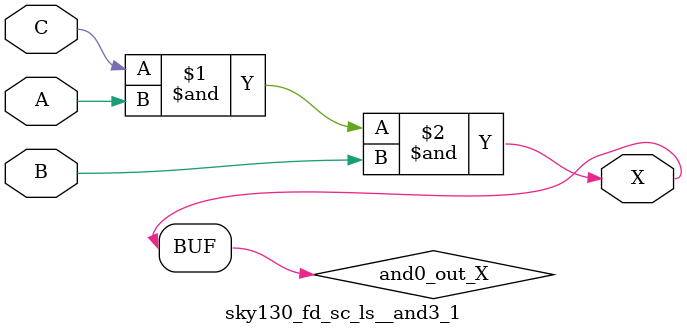
<source format=v>
/*
 * Copyright 2020 The SkyWater PDK Authors
 *
 * Licensed under the Apache License, Version 2.0 (the "License");
 * you may not use this file except in compliance with the License.
 * You may obtain a copy of the License at
 *
 *     https://www.apache.org/licenses/LICENSE-2.0
 *
 * Unless required by applicable law or agreed to in writing, software
 * distributed under the License is distributed on an "AS IS" BASIS,
 * WITHOUT WARRANTIES OR CONDITIONS OF ANY KIND, either express or implied.
 * See the License for the specific language governing permissions and
 * limitations under the License.
 *
 * SPDX-License-Identifier: Apache-2.0
*/


`ifndef SKY130_FD_SC_LS__AND3_1_FUNCTIONAL_V
`define SKY130_FD_SC_LS__AND3_1_FUNCTIONAL_V

/**
 * and3: 3-input AND.
 *
 * Verilog simulation functional model.
 */

`timescale 1ns / 1ps
`default_nettype none

`celldefine
module sky130_fd_sc_ls__and3_1 (
    X,
    A,
    B,
    C
);

    // Module ports
    output X;
    input  A;
    input  B;
    input  C;

    // Local signals
    wire and0_out_X;

    //  Name  Output      Other arguments
    and and0 (and0_out_X, C, A, B        );
    buf buf0 (X         , and0_out_X     );

endmodule
`endcelldefine

`default_nettype wire
`endif  // SKY130_FD_SC_LS__AND3_1_FUNCTIONAL_V

</source>
